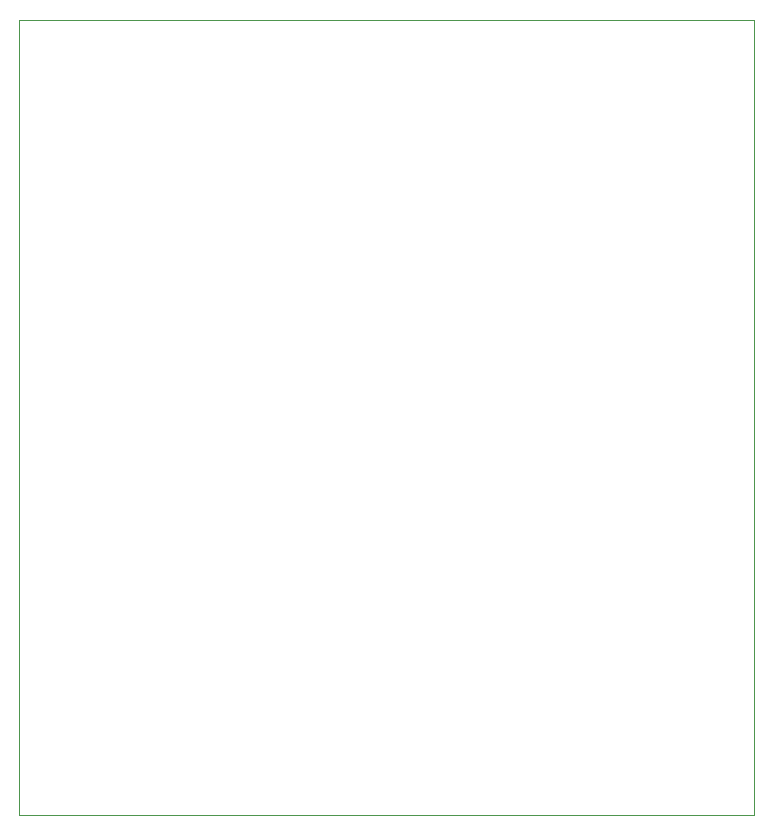
<source format=gbr>
G04 (created by PCBNEW (2013-jul-07)-stable) date Mon 30 Nov 2015 15:03:39 GMT*
%MOIN*%
G04 Gerber Fmt 3.4, Leading zero omitted, Abs format*
%FSLAX34Y34*%
G01*
G70*
G90*
G04 APERTURE LIST*
%ADD10C,0.00590551*%
%ADD11C,0.00393701*%
G04 APERTURE END LIST*
G54D10*
G54D11*
X102250Y-43250D02*
X102250Y-67000D01*
X77750Y-43250D02*
X102250Y-43250D01*
X77750Y-69750D02*
X77750Y-43250D01*
X102250Y-69750D02*
X77750Y-69750D01*
X102250Y-67000D02*
X102250Y-69750D01*
M02*

</source>
